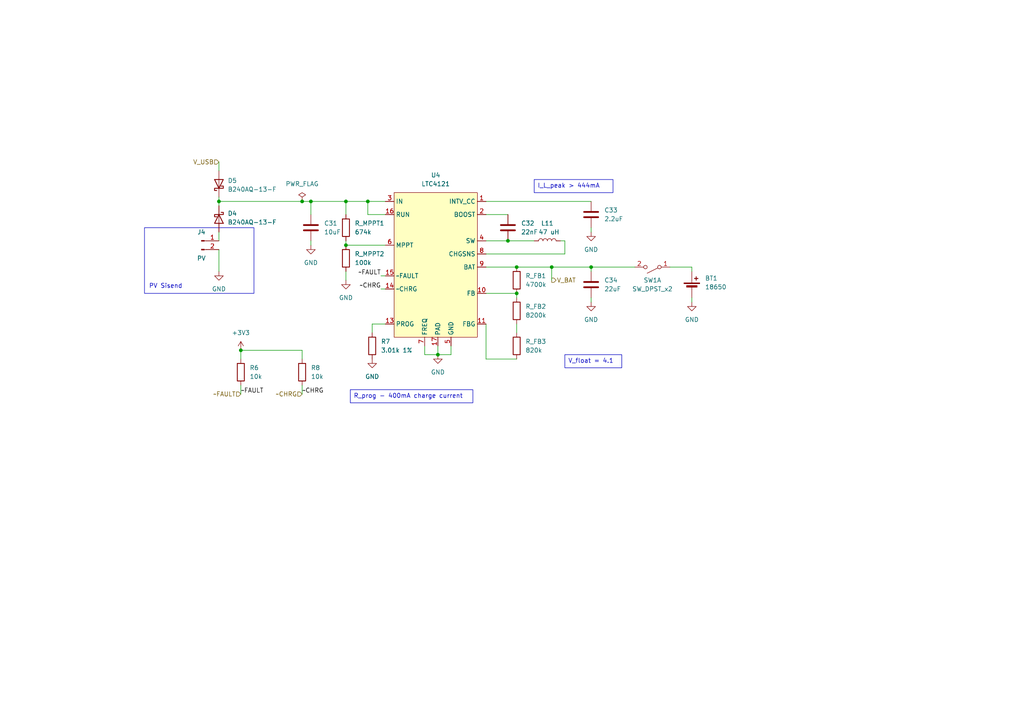
<source format=kicad_sch>
(kicad_sch (version 20230121) (generator eeschema)
  (paper "A4")
  (lib_symbols
    (symbol "Connector:Conn_01x02_Pin" (pin_names (offset 1.016) hide)
      (property "Reference" "J" (at 0 2.54 0))
      (property "Value" "Conn_01x02_Pin" (at 0 -5.08 0))
      (symbol "Conn_01x02_Pin_1_1"
        (polyline (pts (xy 1.27 -2.54) (xy 0.8636 -2.54)) (stroke (width 0.1524)))
        (polyline (pts (xy 1.27 0) (xy 0.8636 0)) (stroke (width 0.1524)))
        (rectangle (start 0.8636 -2.413) (end 0 -2.667) (stroke (width 0.1524)) (fill (type outline)))
        (rectangle (start 0.8636 0.127) (end 0 -0.127) (stroke (width 0.1524)) (fill (type outline)))
        (pin passive line (at 5.08 0 180) (length 3.81) (name "Pin_1") (number "1"))
        (pin passive line (at 5.08 -2.54 180) (length 3.81) (name "Pin_2") (number "2"))
      )
    )
    (symbol "Device:Battery_Cell" (pin_numbers hide) (pin_names (offset 0) hide)
      (property "Reference" "BT" (at 2.54 2.54 0))
      (property "Value" "Battery_Cell" (at 2.54 0 0))
      (symbol "Battery_Cell_0_1"
        (rectangle (start -2.286 1.778) (end 2.286 1.524) (fill (type outline)))
        (rectangle (start -1.524 1.016) (end 1.524 0.508) (fill (type outline)))
        (polyline (pts (xy 0 0.762) (xy 0 0)))
        (polyline (pts (xy 0 1.778) (xy 0 2.54)))
        (polyline (pts (xy 0.762 3.048) (xy 1.778 3.048)) (stroke (width 0.254)))
        (polyline (pts (xy 1.27 3.556) (xy 1.27 2.54)) (stroke (width 0.254)))
      )
      (symbol "Battery_Cell_1_1"
        (pin passive line (at 0 5.08 270) (length 2.54) (name "+") (number "1"))
        (pin passive line (at 0 -2.54 90) (length 2.54) (name "-") (number "2"))
      )
    )
    (symbol "Device:C" (pin_numbers hide) (pin_names (offset 0.254))
      (property "Reference" "C" (at 0.635 2.54 0))
      (property "Value" "C" (at 0.635 -2.54 0))
      (symbol "C_0_1"
        (polyline (pts (xy -2.032 -0.762) (xy 2.032 -0.762)) (stroke (width 0.508)))
        (polyline (pts (xy -2.032 0.762) (xy 2.032 0.762)) (stroke (width 0.508)))
      )
      (symbol "C_1_1"
        (pin passive line (at 0 3.81 270) (length 2.794) (name "~") (number "1"))
        (pin passive line (at 0 -3.81 90) (length 2.794) (name "~") (number "2"))
      )
    )
    (symbol "Device:D_Schottky" (pin_numbers hide) (pin_names (offset 1.016) hide)
      (property "Reference" "D" (at 0 2.54 0))
      (property "Value" "D_Schottky" (at 0 -2.54 0))
      (symbol "D_Schottky_0_1"
        (polyline (pts (xy 1.27 0) (xy -1.27 0)))
        (polyline (pts (xy 1.27 1.27) (xy 1.27 -1.27) (xy -1.27 0) (xy 1.27 1.27)) (stroke (width 0.254)))
        (polyline (pts (xy -1.905 0.635) (xy -1.905 1.27) (xy -1.27 1.27) (xy -1.27 -1.27) (xy -0.635 -1.27) (xy -0.635 -0.635)) (stroke (width 0.254)))
      )
      (symbol "D_Schottky_1_1"
        (pin passive line (at -3.81 0 0) (length 2.54) (name "K") (number "1"))
        (pin passive line (at 3.81 0 180) (length 2.54) (name "A") (number "2"))
      )
    )
    (symbol "Device:L" (pin_numbers hide) (pin_names (offset 1.016) hide)
      (property "Reference" "L" (at -1.27 0 90))
      (property "Value" "L" (at 1.905 0 90))
      (symbol "L_0_1"
        (arc (start 0 -2.54) (mid 0.6323 -1.905) (end 0 -1.27))
        (arc (start 0 -1.27) (mid 0.6323 -0.635) (end 0 0))
        (arc (start 0 0) (mid 0.6323 0.635) (end 0 1.27))
        (arc (start 0 1.27) (mid 0.6323 1.905) (end 0 2.54))
      )
      (symbol "L_1_1"
        (pin passive line (at 0 3.81 270) (length 1.27) (name "1") (number "1"))
        (pin passive line (at 0 -3.81 90) (length 1.27) (name "2") (number "2"))
      )
    )
    (symbol "Device:R" (pin_numbers hide) (pin_names (offset 0))
      (property "Reference" "R" (at 2.032 0 90))
      (property "Value" "R" (at 0 0 90))
      (symbol "R_0_1"
        (rectangle (start -1.016 -2.54) (end 1.016 2.54) (stroke (width 0.254)))
      )
      (symbol "R_1_1"
        (pin passive line (at 0 3.81 270) (length 1.27) (name "~") (number "1"))
        (pin passive line (at 0 -3.81 90) (length 1.27) (name "~") (number "2"))
      )
    )
    (symbol "Switch:SW_DPST_x2" (pin_names (offset 0) hide)
      (property "Reference" "SW" (at 0 3.175 0))
      (property "Value" "SW_DPST_x2" (at 0 -2.54 0))
      (symbol "SW_DPST_x2_0_0"
        (circle (center -2.032 0) (radius 0.508))
        (polyline (pts (xy -1.524 0.254) (xy 1.524 1.778)))
        (circle (center 2.032 0) (radius 0.508))
      )
      (symbol "SW_DPST_x2_1_1"
        (pin passive line (at -5.08 0 0) (length 2.54) (name "A") (number "1"))
        (pin passive line (at 5.08 0 180) (length 2.54) (name "B") (number "2"))
      )
      (symbol "SW_DPST_x2_2_1"
        (pin passive line (at -5.08 0 0) (length 2.54) (name "A") (number "3"))
        (pin passive line (at 5.08 0 180) (length 2.54) (name "B") (number "4"))
      )
    )
    (symbol "custom_library:LTC4121"
      (property "Reference" "U4" (at 0.635 2.54 0))
      (property "Value" "LTC4121" (at 0.635 0 0))
      (symbol "LTC4121_1_1"
        (rectangle (start -11.43 -2.54) (end 12.7 -44.45) (fill (type background)))
        (pin input line (at 15.24 -5.08 180) (length 2.54) (name "INTV_CC") (number "1"))
        (pin input line (at 15.24 -31.75 180) (length 2.54) (name "FB") (number "10"))
        (pin input line (at 15.24 -40.64 180) (length 2.54) (name "FBG") (number "11"))
        (pin input line (at -13.97 -40.64 0) (length 2.54) (name "PROG") (number "13"))
        (pin input line (at -13.97 -30.48 0) (length 2.54) (name "~CHRG") (number "14"))
        (pin input line (at -13.97 -26.67 0) (length 2.54) (name "~FAULT") (number "15"))
        (pin input line (at -13.97 -8.89 0) (length 2.54) (name "RUN") (number "16"))
        (pin passive line (at 1.27 -46.99 90) (length 2.54) (name "PAD") (number "17"))
        (pin input line (at 15.24 -8.89 180) (length 2.54) (name "BOOST") (number "2"))
        (pin power_in line (at -13.97 -5.08 0) (length 2.54) (name "IN") (number "3"))
        (pin input line (at 15.24 -16.51 180) (length 2.54) (name "SW") (number "4"))
        (pin input line (at 5.08 -46.99 90) (length 2.54) (name "GND") (number "5"))
        (pin input line (at -13.97 -17.78 0) (length 2.54) (name "MPPT") (number "6"))
        (pin input line (at -2.54 -46.99 90) (length 2.54) (name "FREQ") (number "7"))
        (pin input line (at 15.24 -20.32 180) (length 2.54) (name "CHGSNS") (number "8"))
        (pin input line (at 15.24 -24.13 180) (length 2.54) (name "BAT") (number "9"))
      )
    )
    (symbol "power:+3V3" (power) (pin_names (offset 0))
      (property "Value" "+3V3" (at 0 3.556 0))
      (symbol "+3V3_0_1"
        (polyline (pts (xy -0.762 1.27) (xy 0 2.54)))
        (polyline (pts (xy 0 0) (xy 0 2.54)))
        (polyline (pts (xy 0 2.54) (xy 0.762 1.27)))
      )
      (symbol "+3V3_1_1"
        (pin power_in line (at 0 0 90) (length 0) hide (name "+3V3") (number "1"))
      )
    )
    (symbol "power:GND" (power) (pin_names (offset 0))
      (property "Value" "GND" (at 0 -3.81 0))
      (symbol "GND_0_1"
        (polyline (pts (xy 0 0) (xy 0 -1.27) (xy 1.27 -1.27) (xy 0 -2.54) (xy -1.27 -1.27) (xy 0 -1.27)))
      )
      (symbol "GND_1_1"
        (pin power_in line (at 0 0 270) (length 0) hide (name "GND") (number "1"))
      )
    )
    (symbol "power:PWR_FLAG" (power) (pin_numbers hide) (pin_names (offset 0) hide)
      (property "Value" "PWR_FLAG" (at 0 3.81 0))
      (symbol "PWR_FLAG_0_0"
        (pin power_out line (at 0 0 90) (length 0) (name "pwr") (number "1"))
      )
      (symbol "PWR_FLAG_0_1"
        (polyline (pts (xy 0 0) (xy 0 1.27) (xy -1.016 1.905) (xy 0 2.54) (xy 1.016 1.905) (xy 0 1.27)))
      )
    )
  )
  (junction (at 106.68 58.42))
  (junction (at 147.32 69.85))
  (junction (at 127 102.87))
  (junction (at 90.17 58.42))
  (junction (at 87.63 58.42))
  (junction (at 69.85 101.6))
  (junction (at 149.86 77.47))
  (junction (at 149.86 85.09))
  (junction (at 171.45 77.47))
  (junction (at 100.33 58.42))
  (junction (at 160.02 77.47))
  (junction (at 100.33 71.12))
  (junction (at 63.5 58.42))
  (wire (pts (xy 171.45 66.04) (xy 171.45 67.31)))
  (wire (pts (xy 163.83 69.85) (xy 162.56 69.85)))
  (wire (pts (xy 63.5 72.39) (xy 63.5 78.74)))
  (wire (pts (xy 69.85 101.6) (xy 69.85 104.14)))
  (wire (pts (xy 110.49 83.82) (xy 111.76 83.82)))
  (wire (pts (xy 110.49 80.01) (xy 111.76 80.01)))
  (wire (pts (xy 127 100.33) (xy 127 102.87)))
  (wire (pts (xy 140.97 58.42) (xy 171.45 58.42)))
  (wire (pts (xy 149.86 77.47) (xy 140.97 77.47)))
  (wire (pts (xy 171.45 86.36) (xy 171.45 87.63)))
  (wire (pts (xy 69.85 101.6) (xy 87.63 101.6)))
  (wire (pts (xy 106.68 58.42) (xy 111.76 58.42)))
  (wire (pts (xy 69.85 111.76) (xy 69.85 114.3)))
  (wire (pts (xy 200.66 86.36) (xy 200.66 87.63)))
  (wire (pts (xy 63.5 58.42) (xy 87.63 58.42)))
  (wire (pts (xy 130.81 102.87) (xy 130.81 100.33)))
  (wire (pts (xy 160.02 77.47) (xy 160.02 81.28)))
  (wire (pts (xy 194.31 77.47) (xy 200.66 77.47)))
  (wire (pts (xy 63.5 46.99) (xy 63.5 49.53)))
  (wire (pts (xy 106.68 62.23) (xy 106.68 58.42)))
  (wire (pts (xy 100.33 81.28) (xy 100.33 78.74)))
  (wire (pts (xy 123.19 100.33) (xy 123.19 102.87)))
  (wire (pts (xy 111.76 93.98) (xy 107.95 93.98)))
  (wire (pts (xy 171.45 77.47) (xy 184.15 77.47)))
  (wire (pts (xy 171.45 78.74) (xy 171.45 77.47)))
  (wire (pts (xy 100.33 71.12) (xy 100.33 69.85)))
  (wire (pts (xy 90.17 58.42) (xy 100.33 58.42)))
  (wire (pts (xy 90.17 69.85) (xy 90.17 71.12)))
  (wire (pts (xy 63.5 58.42) (xy 63.5 57.15)))
  (wire (pts (xy 87.63 114.3) (xy 87.63 111.76)))
  (wire (pts (xy 140.97 62.23) (xy 147.32 62.23)))
  (wire (pts (xy 100.33 58.42) (xy 106.68 58.42)))
  (wire (pts (xy 87.63 104.14) (xy 87.63 101.6)))
  (wire (pts (xy 140.97 104.14) (xy 140.97 93.98)))
  (wire (pts (xy 149.86 77.47) (xy 160.02 77.47)))
  (wire (pts (xy 111.76 62.23) (xy 106.68 62.23)))
  (wire (pts (xy 63.5 58.42) (xy 63.5 59.69)))
  (wire (pts (xy 87.63 58.42) (xy 90.17 58.42)))
  (wire (pts (xy 111.76 71.12) (xy 100.33 71.12)))
  (wire (pts (xy 123.19 102.87) (xy 127 102.87)))
  (wire (pts (xy 140.97 85.09) (xy 149.86 85.09)))
  (wire (pts (xy 160.02 77.47) (xy 171.45 77.47)))
  (wire (pts (xy 147.32 69.85) (xy 154.94 69.85)))
  (wire (pts (xy 90.17 58.42) (xy 90.17 62.23)))
  (wire (pts (xy 140.97 69.85) (xy 147.32 69.85)))
  (wire (pts (xy 127 102.87) (xy 130.81 102.87)))
  (wire (pts (xy 107.95 93.98) (xy 107.95 96.52)))
  (wire (pts (xy 200.66 78.74) (xy 200.66 77.47)))
  (wire (pts (xy 163.83 73.66) (xy 140.97 73.66)))
  (wire (pts (xy 149.86 93.98) (xy 149.86 96.52)))
  (wire (pts (xy 149.86 85.09) (xy 149.86 86.36)))
  (wire (pts (xy 163.83 69.85) (xy 163.83 73.66)))
  (wire (pts (xy 100.33 58.42) (xy 100.33 62.23)))
  (wire (pts (xy 63.5 67.31) (xy 63.5 69.85)))
  (wire (pts (xy 149.86 104.14) (xy 140.97 104.14)))
  (rectangle (start 41.91 66.04) (end 73.66 85.09))
  (text_box "V_float = 4.1" (at 163.83 102.87 0) (size 16.51 3.81) (effects (font (size 1.27 1.27)) (justify left top)))
  (text_box "I_L_peak > 444mA" (at 154.94 52.07 0) (size 22.86 3.81) (effects (font (size 1.27 1.27)) (justify left top)))
  (text_box "R_prog - 400mA charge current" (at 101.6 113.03 0) (size 35.56 3.81) (effects (font (size 1.27 1.27)) (justify left top)))
  (text "PV Sisend" (at 43.18 83.82 0) (effects (font (size 1.27 1.27)) (justify left bottom)))
  (label "~CHRG" (at 87.63 114.3 0))
  (label "~CHRG" (at 110.49 83.82 180))
  (label "~FAULT" (at 110.49 80.01 180))
  (label "~FAULT" (at 69.85 114.3 0))
  (hierarchical_label "V_BAT" (shape output) (at 160.02 81.28 0))
  (hierarchical_label "V_USB" (shape input) (at 63.5 46.99 180))
  (hierarchical_label "~FAULT" (shape input) (at 69.85 114.3 180))
  (hierarchical_label "~CHRG" (shape input) (at 87.63 114.3 180))
  (symbol (lib_id "Switch:SW_DPST_x2") (at 189.23 77.47 180) (unit 1)
    (property "Reference" "SW1" (at 189.23 81.28 0))
    (property "Value" "SW_DPST_x2" (at 189.23 83.82 0))
    (property "Footprint" "custom:SPDT - 500SSP1S1M6QEB" (effects hide))
  )
  (symbol (lib_id "Device:R") (at 149.86 90.17 0) (unit 1)
    (property "Reference" "R_FB2" (at 152.4 88.9 0) (effects (justify left)))
    (property "Value" "8200k" (at 152.4 91.44 0) (effects (justify left)))
    (property "Footprint" "Resistor_SMD:R_0603_1608Metric_Pad0.98x0.95mm_HandSolder" (effects hide))
  )
  (symbol (lib_id "Device:R") (at 69.85 107.95 0) (unit 1)
    (property "Reference" "R6" (at 72.39 106.68 0) (effects (justify left)))
    (property "Value" "10k" (at 72.39 109.22 0) (effects (justify left)))
    (property "Footprint" "Resistor_SMD:R_0603_1608Metric_Pad0.98x0.95mm_HandSolder" (effects hide))
    (instances (project "mainboard_v1" (path "" (reference "R6") (unit 1)) (path "" (reference "R9") (unit 1))))
  )
  (symbol (lib_id "Connector:Conn_01x02_Pin") (at 58.42 69.85 0) (unit 1)
    (property "Reference" "J4" (at 58.42 67.31 0))
    (property "Value" "PV" (at 58.42 74.93 0))
    (property "Footprint" "Connector_PinHeader_1.27mm:PinHeader_1x02_P1.27mm_Vertical" (effects hide))
  )
  (symbol (lib_id "Device:C") (at 171.45 82.55 0) (unit 1)
    (property "Reference" "C34" (at 175.26 81.28 0) (effects (justify left)))
    (property "Value" "22uF" (at 175.26 83.82 0) (effects (justify left)))
    (property "Footprint" "Capacitor_SMD:C_0603_1608Metric_Pad1.08x0.95mm_HandSolder" (effects hide))
  )
  (symbol (lib_id "power:PWR_FLAG") (at 87.63 58.42 0) (unit 1)
    (property "Reference" "#FLG01" (effects hide))
    (property "Value" "PWR_FLAG" (at 87.63 53.34 0))
  )
  (symbol (lib_id "power:GND") (at 171.45 87.63 0) (unit 1)
    (property "Reference" "#PWR045" (effects hide))
    (property "Value" "GND" (at 171.45 92.71 0))
  )
  (symbol (lib_id "Device:D_Schottky") (at 63.5 53.34 90) (unit 1)
    (property "Reference" "D5" (at 66.04 52.3875 90) (effects (justify right)))
    (property "Value" "B240AQ-13-F" (at 66.04 54.9275 90) (effects (justify right)))
    (property "Footprint" "Diode_SMD:D_SMA_Handsoldering" (effects hide))
  )
  (symbol (lib_id "Device:L") (at 158.75 69.85 90) (unit 1)
    (property "Reference" "L11" (at 158.75 64.77 90))
    (property "Value" " 47 uH" (at 158.75 67.31 90))
    (property "Footprint" "Inductor_SMD:L_TDK_SLF6025" (effects hide))
    (property "Datasheet" "https://product.tdk.com/system/files/dam/doc/product/inductor/inductor/smd/catalog/inductor_commercial_power_slf6025_en.pdf" (effects hide))
    (property "Part" "SLF6025" (effects hide))
  )
  (symbol (lib_id "Device:R") (at 149.86 81.28 0) (unit 1)
    (property "Reference" "R_FB1" (at 152.4 80.01 0) (effects (justify left)))
    (property "Value" "4700k" (at 152.4 82.55 0) (effects (justify left)))
    (property "Footprint" "Resistor_SMD:R_0603_1608Metric_Pad0.98x0.95mm_HandSolder" (effects hide))
  )
  (symbol (lib_id "Device:R") (at 100.33 74.93 0) (unit 1)
    (property "Reference" "R_MPPT2" (at 102.87 73.66 0) (effects (justify left)))
    (property "Value" "100k" (at 102.87 76.2 0) (effects (justify left)))
    (property "Footprint" "Resistor_SMD:R_0603_1608Metric_Pad0.98x0.95mm_HandSolder" (effects hide))
  )
  (symbol (lib_id "power:GND") (at 127 102.87 0) (unit 1)
    (property "Reference" "#PWR028" (effects hide))
    (property "Value" "GND" (at 127 107.95 0))
  )
  (symbol (lib_id "Device:R") (at 100.33 66.04 0) (unit 1)
    (property "Reference" "R_MPPT1" (at 102.87 64.77 0) (effects (justify left)))
    (property "Value" "674k" (at 102.87 67.31 0) (effects (justify left)))
    (property "Footprint" "Resistor_SMD:R_0603_1608Metric_Pad0.98x0.95mm_HandSolder" (effects hide))
  )
  (symbol (lib_id "Device:R") (at 107.95 100.33 0) (unit 1)
    (property "Reference" "R7" (at 110.49 99.06 0) (effects (justify left)))
    (property "Value" "3.01k 1%" (at 110.49 101.6 0) (effects (justify left)))
    (property "Footprint" "Resistor_SMD:R_0603_1608Metric_Pad0.98x0.95mm_HandSolder" (effects hide))
  )
  (symbol (lib_id "Device:C") (at 171.45 62.23 0) (unit 1)
    (property "Reference" "C33" (at 175.26 60.96 0) (effects (justify left)))
    (property "Value" "2.2uF" (at 175.26 63.5 0) (effects (justify left)))
    (property "Footprint" "Capacitor_SMD:C_0603_1608Metric_Pad1.08x0.95mm_HandSolder" (effects hide))
  )
  (symbol (lib_id "Device:Battery_Cell") (at 200.66 83.82 0) (unit 1)
    (property "Reference" "BT1" (at 204.47 80.7085 0) (effects (justify left)))
    (property "Value" "18650" (at 204.47 83.2485 0) (effects (justify left)))
    (property "Footprint" "custom:BHC-18650-1P" (effects hide))
  )
  (symbol (lib_id "Device:C") (at 147.32 66.04 0) (unit 1)
    (property "Reference" "C32" (at 151.13 64.77 0) (effects (justify left)))
    (property "Value" "22nF" (at 151.13 67.31 0) (effects (justify left)))
    (property "Footprint" "Capacitor_SMD:C_0402_1005Metric_Pad0.74x0.62mm_HandSolder" (effects hide))
  )
  (symbol (lib_id "Device:D_Schottky") (at 63.5 63.5 270) (unit 1)
    (property "Reference" "D4" (at 66.04 61.9125 90) (effects (justify left)))
    (property "Value" "B240AQ-13-F" (at 66.04 64.4525 90) (effects (justify left)))
    (property "Footprint" "Diode_SMD:D_SMA_Handsoldering" (effects hide))
  )
  (symbol (lib_id "power:GND") (at 200.66 87.63 0) (unit 1)
    (property "Reference" "#PWR030" (effects hide))
    (property "Value" "GND" (at 200.66 92.71 0))
  )
  (symbol (lib_id "Device:R") (at 149.86 100.33 0) (unit 1)
    (property "Reference" "R_FB3" (at 152.4 99.06 0) (effects (justify left)))
    (property "Value" "820k" (at 152.4 101.6 0) (effects (justify left)))
    (property "Footprint" "Resistor_SMD:R_0603_1608Metric_Pad0.98x0.95mm_HandSolder" (effects hide))
  )
  (symbol (lib_id "power:+3V3") (at 69.85 101.6 0) (unit 1)
    (property "Reference" "#PWR039" (effects hide))
    (property "Value" "+3V3" (at 69.85 96.52 0))
    (instances (project "mainboard_v1" (path "" (reference "#PWR039") (unit 1)) (path "" (reference "#PWR040") (unit 1))))
  )
  (symbol (lib_id "power:GND") (at 100.33 81.28 0) (unit 1)
    (property "Reference" "#PWR033" (effects hide))
    (property "Value" "GND" (at 100.33 86.36 0))
  )
  (symbol (lib_id "Device:R") (at 87.63 107.95 0) (unit 1)
    (property "Reference" "R8" (at 90.17 106.68 0) (effects (justify left)))
    (property "Value" "10k" (at 90.17 109.22 0) (effects (justify left)))
    (property "Footprint" "Resistor_SMD:R_0603_1608Metric_Pad0.98x0.95mm_HandSolder" (effects hide))
    (instances (project "mainboard_v1" (path "" (reference "R8") (unit 1)) (path "" (reference "R10") (unit 1))))
  )
  (symbol (lib_id "power:GND") (at 63.5 78.74 0) (unit 1)
    (property "Reference" "#PWR034" (effects hide))
    (property "Value" "GND" (at 63.5 83.82 0))
  )
  (symbol (lib_id "power:GND") (at 90.17 71.12 0) (unit 1)
    (property "Reference" "#PWR032" (effects hide))
    (property "Value" "GND" (at 90.17 76.2 0))
  )
  (symbol (lib_id "power:GND") (at 107.95 104.14 0) (unit 1)
    (property "Reference" "#PWR029" (effects hide))
    (property "Value" "GND" (at 107.95 109.22 0))
  )
  (symbol (lib_id "Device:C") (at 90.17 66.04 0) (unit 1)
    (property "Reference" "C31" (at 93.98 64.77 0) (effects (justify left)))
    (property "Value" "10uF" (at 93.98 67.31 0) (effects (justify left)))
    (property "Footprint" "Capacitor_SMD:C_0603_1608Metric_Pad1.08x0.95mm_HandSolder" (effects hide))
  )
  (symbol (lib_id "power:GND") (at 171.45 67.31 0) (unit 1)
    (property "Reference" "#PWR031" (effects hide))
    (property "Value" "GND" (at 171.45 72.39 0))
  )
  (symbol (lib_id "custom_library:LTC4121") (at 125.73 53.34 0) (unit 1)
    (property "Reference" "U4" (at 126.365 50.8 0))
    (property "Value" "LTC4121" (at 126.365 53.34 0))
    (property "Footprint" "custom:LTC4121EUD#PBF" (effects hide))
    (property "Datasheet" "https://www.analog.com/media/en/technical-documentation/data-sheets/4121fbc.pdf" (effects hide))
  )
)
</source>
